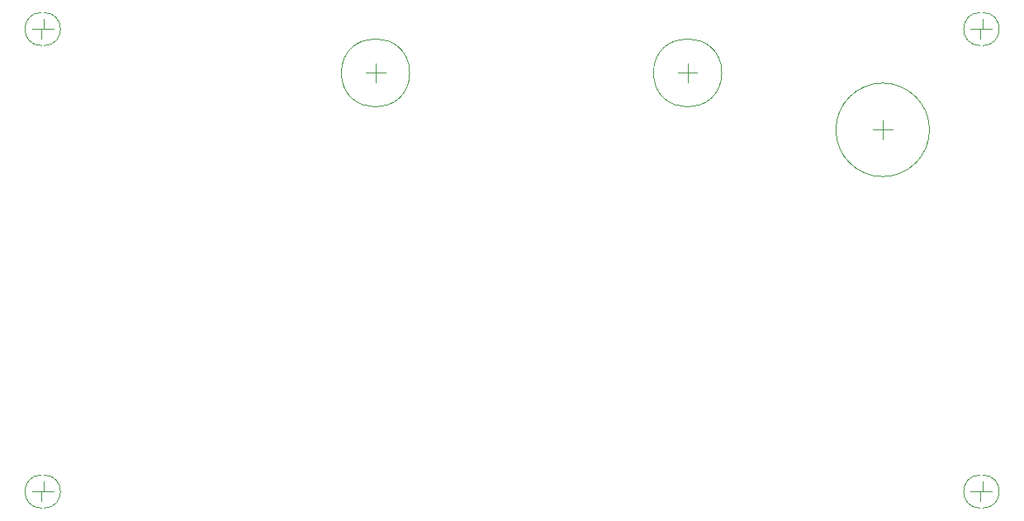
<source format=gbr>
G04 #@! TF.GenerationSoftware,KiCad,Pcbnew,5.0.2-bee76a0~70~ubuntu16.04.1*
G04 #@! TF.CreationDate,2019-08-25T20:37:00-07:00*
G04 #@! TF.ProjectId,endcap,656e6463-6170-42e6-9b69-6361645f7063,rev?*
G04 #@! TF.SameCoordinates,PX2faf080PY2faf080*
G04 #@! TF.FileFunction,Drawing*
%FSLAX46Y46*%
G04 Gerber Fmt 4.6, Leading zero omitted, Abs format (unit mm)*
G04 Created by KiCad (PCBNEW 5.0.2-bee76a0~70~ubuntu16.04.1) date Sun 25 Aug 2019 08:37:00 PM PDT*
%MOMM*%
%LPD*%
G01*
G04 APERTURE LIST*
%ADD10C,0.100000*%
G04 APERTURE END LIST*
D10*
G04 #@! TO.C,MH1*
X4750000Y-5450000D02*
G75*
G02X4750000Y-2050000I0J1700000D01*
G01*
X5000000Y-2050000D02*
G75*
G02X5000000Y-5450000I0J-1700000D01*
G01*
X5000000Y-3750000D02*
X5000000Y-2750000D01*
X4750000Y-3750000D02*
X4750000Y-4750000D01*
X3775000Y-3750000D02*
X5975000Y-3750000D01*
G04 #@! TO.C,MH2*
X101000000Y-5450000D02*
G75*
G02X101000000Y-2050000I0J1700000D01*
G01*
X101250000Y-2050000D02*
G75*
G02X101250000Y-5450000I0J-1700000D01*
G01*
X101250000Y-3750000D02*
X101250000Y-2750000D01*
X101000000Y-3750000D02*
X101000000Y-4750000D01*
X100025000Y-3750000D02*
X102225000Y-3750000D01*
G04 #@! TO.C,MH3*
X101000000Y-52950000D02*
G75*
G02X101000000Y-49550000I0J1700000D01*
G01*
X101250000Y-49550000D02*
G75*
G02X101250000Y-52950000I0J-1700000D01*
G01*
X101250000Y-51250000D02*
X101250000Y-50250000D01*
X101000000Y-51250000D02*
X101000000Y-52250000D01*
X100025000Y-51250000D02*
X102225000Y-51250000D01*
G04 #@! TO.C,MH4*
X4750000Y-52950000D02*
G75*
G02X4750000Y-49550000I0J1700000D01*
G01*
X5000000Y-49550000D02*
G75*
G02X5000000Y-52950000I0J-1700000D01*
G01*
X5000000Y-51250000D02*
X5000000Y-50250000D01*
X4750000Y-51250000D02*
X4750000Y-52250000D01*
X3775000Y-51250000D02*
X5975000Y-51250000D01*
G04 #@! TO.C,REF\002A\002A*
X91000000Y-13100000D02*
X91000000Y-15100000D01*
X92000000Y-14100000D02*
X90000000Y-14100000D01*
X95800000Y-14100000D02*
G75*
G03X95800000Y-14100000I-4800000J0D01*
G01*
X40000000Y-8250000D02*
X38000000Y-8250000D01*
X39000000Y-9250000D02*
X39000000Y-7250000D01*
X42500000Y-8250000D02*
G75*
G03X42500000Y-8250000I-3500000J0D01*
G01*
X71000000Y-9250000D02*
X71000000Y-7250000D01*
X72000000Y-8250000D02*
X70000000Y-8250000D01*
X74500000Y-8250000D02*
G75*
G03X74500000Y-8250000I-3500000J0D01*
G01*
G04 #@! TD*
M02*

</source>
